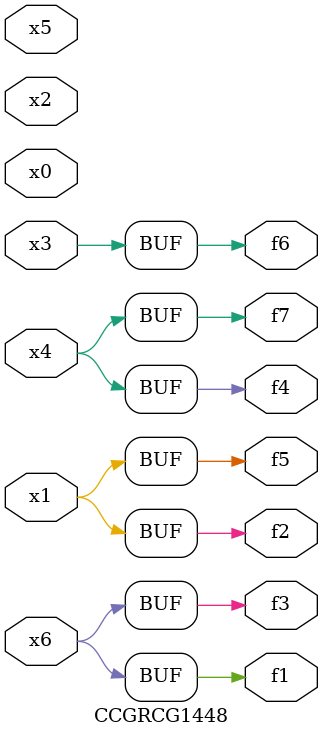
<source format=v>
module CCGRCG1448(
	input x0, x1, x2, x3, x4, x5, x6,
	output f1, f2, f3, f4, f5, f6, f7
);
	assign f1 = x6;
	assign f2 = x1;
	assign f3 = x6;
	assign f4 = x4;
	assign f5 = x1;
	assign f6 = x3;
	assign f7 = x4;
endmodule

</source>
